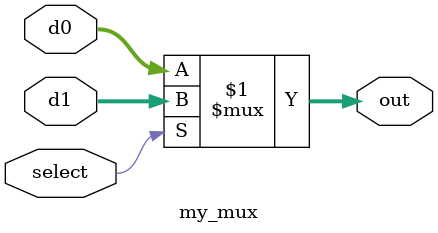
<source format=v>
module my_mux(
    input[31:0] d0,
    input[31:0] d1,
    input select,
    output[31:0] out
);
    assign out = select ? d1 : d0;
endmodule
</source>
